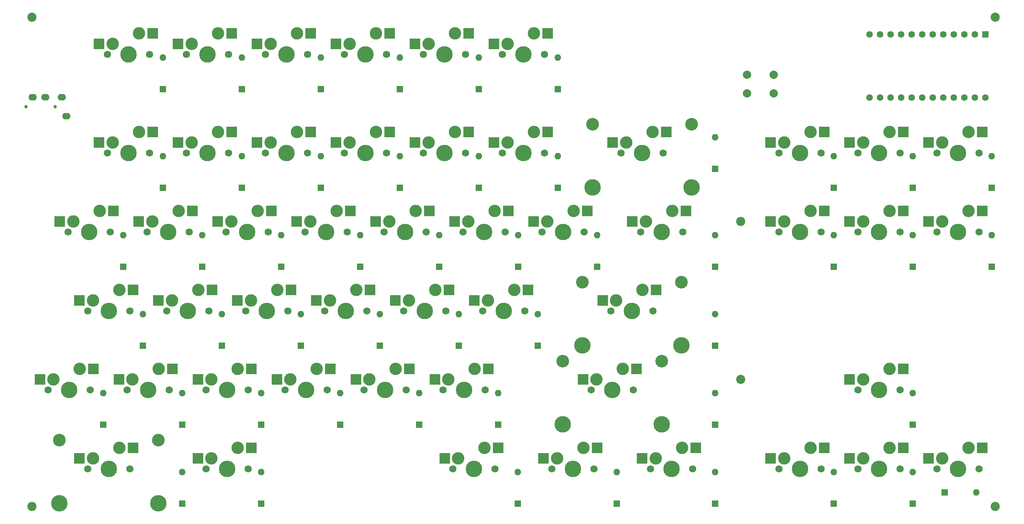
<source format=gbr>
%TF.GenerationSoftware,KiCad,Pcbnew,7.0.5*%
%TF.CreationDate,2023-06-22T07:54:55+00:00*%
%TF.ProjectId,Entry-right,456e7472-792d-4726-9967-68742e6b6963,rev?*%
%TF.SameCoordinates,Original*%
%TF.FileFunction,Soldermask,Bot*%
%TF.FilePolarity,Negative*%
%FSLAX46Y46*%
G04 Gerber Fmt 4.6, Leading zero omitted, Abs format (unit mm)*
G04 Created by KiCad (PCBNEW 7.0.5) date 2023-06-22 07:54:55*
%MOMM*%
%LPD*%
G01*
G04 APERTURE LIST*
%ADD10C,1.750000*%
%ADD11C,3.000000*%
%ADD12C,3.987800*%
%ADD13R,2.550000X2.500000*%
%ADD14C,3.048000*%
%ADD15C,2.200000*%
%ADD16R,1.600000X1.600000*%
%ADD17C,1.600000*%
%ADD18C,2.000000*%
%ADD19C,0.800000*%
%ADD20O,2.000000X1.600000*%
%ADD21O,1.600000X1.600000*%
G04 APERTURE END LIST*
D10*
%TO.C,MX17*%
X98107500Y-80010000D03*
D11*
X99377500Y-77470000D03*
D12*
X103187500Y-80010000D03*
D11*
X105727500Y-74930000D03*
D10*
X108267500Y-80010000D03*
D13*
X96102500Y-77470000D03*
X109029500Y-74930000D03*
%TD*%
D10*
%TO.C,MX21*%
X179070000Y-80010000D03*
D11*
X180340000Y-77470000D03*
D12*
X184150000Y-80010000D03*
D11*
X186690000Y-74930000D03*
D10*
X189230000Y-80010000D03*
D13*
X177065000Y-77470000D03*
X189992000Y-74930000D03*
%TD*%
D10*
%TO.C,MX33*%
X112395000Y-118110000D03*
D11*
X113665000Y-115570000D03*
D12*
X117475000Y-118110000D03*
D11*
X120015000Y-113030000D03*
D10*
X122555000Y-118110000D03*
D13*
X110390000Y-115570000D03*
X123317000Y-113030000D03*
%TD*%
D10*
%TO.C,MX8*%
X69532500Y-60960000D03*
D11*
X70802500Y-58420000D03*
D12*
X74612500Y-60960000D03*
D11*
X77152500Y-55880000D03*
D10*
X79692500Y-60960000D03*
D13*
X67527500Y-58420000D03*
X80454500Y-55880000D03*
%TD*%
D14*
%TO.C,MX36*%
X38862000Y-130175000D03*
D12*
X38862000Y-145415000D03*
D10*
X45720000Y-137160000D03*
D11*
X46990000Y-134620000D03*
D12*
X50800000Y-137160000D03*
D11*
X53340000Y-132080000D03*
D10*
X55880000Y-137160000D03*
D14*
X62738000Y-130175000D03*
D12*
X62738000Y-145415000D03*
D13*
X43715000Y-134620000D03*
X56642000Y-132080000D03*
%TD*%
D10*
%TO.C,MX42*%
X231457500Y-60960000D03*
D11*
X232727500Y-58420000D03*
D12*
X236537500Y-60960000D03*
D11*
X239077500Y-55880000D03*
D10*
X241617500Y-60960000D03*
D13*
X229452500Y-58420000D03*
X242379500Y-55880000D03*
%TD*%
D10*
%TO.C,MX46*%
X250507500Y-80010000D03*
D11*
X251777500Y-77470000D03*
D12*
X255587500Y-80010000D03*
D11*
X258127500Y-74930000D03*
D10*
X260667500Y-80010000D03*
D13*
X248502500Y-77470000D03*
X261429500Y-74930000D03*
%TD*%
D10*
%TO.C,MX32*%
X93345000Y-118110000D03*
D11*
X94615000Y-115570000D03*
D12*
X98425000Y-118110000D03*
D11*
X100965000Y-113030000D03*
D10*
X103505000Y-118110000D03*
D13*
X91340000Y-115570000D03*
X104267000Y-113030000D03*
%TD*%
D15*
%TO.C,REF\u002A\u002A*%
X32250000Y-146185000D03*
%TD*%
D10*
%TO.C,MX23*%
X64770000Y-99060000D03*
D11*
X66040000Y-96520000D03*
D12*
X69850000Y-99060000D03*
D11*
X72390000Y-93980000D03*
D10*
X74930000Y-99060000D03*
D13*
X62765000Y-96520000D03*
X75692000Y-93980000D03*
%TD*%
D10*
%TO.C,MX37*%
X74295000Y-137160000D03*
D11*
X75565000Y-134620000D03*
D12*
X79375000Y-137160000D03*
D11*
X81915000Y-132080000D03*
D10*
X84455000Y-137160000D03*
D13*
X72290000Y-134620000D03*
X85217000Y-132080000D03*
%TD*%
D10*
%TO.C,MX45*%
X231457500Y-80010000D03*
D11*
X232727500Y-77470000D03*
D12*
X236537500Y-80010000D03*
D11*
X239077500Y-74930000D03*
D10*
X241617500Y-80010000D03*
D13*
X229452500Y-77470000D03*
X242379500Y-74930000D03*
%TD*%
D10*
%TO.C,MX27*%
X140970000Y-99060000D03*
D11*
X142240000Y-96520000D03*
D12*
X146050000Y-99060000D03*
D11*
X148590000Y-93980000D03*
D10*
X151130000Y-99060000D03*
D13*
X138965000Y-96520000D03*
X151892000Y-93980000D03*
%TD*%
D10*
%TO.C,MX4*%
X107632500Y-37147500D03*
D11*
X108902500Y-34607500D03*
D12*
X112712500Y-37147500D03*
D11*
X115252500Y-32067500D03*
D10*
X117792500Y-37147500D03*
D13*
X105627500Y-34607500D03*
X118554500Y-32067500D03*
%TD*%
D14*
%TO.C,MX13*%
X167449500Y-53975000D03*
D12*
X167449500Y-69215000D03*
D10*
X174307500Y-60960000D03*
D11*
X175577500Y-58420000D03*
D12*
X179387500Y-60960000D03*
D11*
X181927500Y-55880000D03*
D10*
X184467500Y-60960000D03*
D14*
X191325500Y-53975000D03*
D12*
X191325500Y-69215000D03*
D13*
X172302500Y-58420000D03*
X185229500Y-55880000D03*
%TD*%
D10*
%TO.C,MX29*%
X36195000Y-118110000D03*
D11*
X37465000Y-115570000D03*
D12*
X41275000Y-118110000D03*
D11*
X43815000Y-113030000D03*
D10*
X46355000Y-118110000D03*
D13*
X34190000Y-115570000D03*
X47117000Y-113030000D03*
%TD*%
D10*
%TO.C,MX18*%
X117157500Y-80010000D03*
D11*
X118427500Y-77470000D03*
D12*
X122237500Y-80010000D03*
D11*
X124777500Y-74930000D03*
D10*
X127317500Y-80010000D03*
D13*
X115152500Y-77470000D03*
X128079500Y-74930000D03*
%TD*%
D10*
%TO.C,MX20*%
X155257500Y-80010000D03*
D11*
X156527500Y-77470000D03*
D12*
X160337500Y-80010000D03*
D11*
X162877500Y-74930000D03*
D10*
X165417500Y-80010000D03*
D13*
X153252500Y-77470000D03*
X166179500Y-74930000D03*
%TD*%
D10*
%TO.C,MX48*%
X212407500Y-137160000D03*
D11*
X213677500Y-134620000D03*
D12*
X217487500Y-137160000D03*
D11*
X220027500Y-132080000D03*
D10*
X222567500Y-137160000D03*
D13*
X210402500Y-134620000D03*
X223329500Y-132080000D03*
%TD*%
D16*
%TO.C,U1*%
X262201750Y-32291750D03*
D17*
X259661750Y-32291750D03*
X257121750Y-32291750D03*
X254581750Y-32291750D03*
X252041750Y-32291750D03*
X249501750Y-32291750D03*
X246961750Y-32291750D03*
X244421750Y-32291750D03*
X241881750Y-32291750D03*
X239341750Y-32291750D03*
X236801750Y-32291750D03*
X234261750Y-32291750D03*
X234261750Y-47531750D03*
X236801750Y-47531750D03*
X239341750Y-47531750D03*
X241881750Y-47531750D03*
X244421750Y-47531750D03*
X246961750Y-47531750D03*
X249501750Y-47531750D03*
X252041750Y-47531750D03*
X254581750Y-47531750D03*
X257121750Y-47531750D03*
X259661750Y-47531750D03*
X262201750Y-47531750D03*
%TD*%
D10*
%TO.C,MX9*%
X88582500Y-60960000D03*
D11*
X89852500Y-58420000D03*
D12*
X93662500Y-60960000D03*
D11*
X96202500Y-55880000D03*
D10*
X98742500Y-60960000D03*
D13*
X86577500Y-58420000D03*
X99504500Y-55880000D03*
%TD*%
D10*
%TO.C,MX19*%
X136207500Y-80010000D03*
D11*
X137477500Y-77470000D03*
D12*
X141287500Y-80010000D03*
D11*
X143827500Y-74930000D03*
D10*
X146367500Y-80010000D03*
D13*
X134202500Y-77470000D03*
X147129500Y-74930000D03*
%TD*%
D10*
%TO.C,MX25*%
X102870000Y-99060000D03*
D11*
X104140000Y-96520000D03*
D12*
X107950000Y-99060000D03*
D11*
X110490000Y-93980000D03*
D10*
X113030000Y-99060000D03*
D13*
X100865000Y-96520000D03*
X113792000Y-93980000D03*
%TD*%
D10*
%TO.C,MX26*%
X121920000Y-99060000D03*
D11*
X123190000Y-96520000D03*
D12*
X127000000Y-99060000D03*
D11*
X129540000Y-93980000D03*
D10*
X132080000Y-99060000D03*
D13*
X119915000Y-96520000D03*
X132842000Y-93980000D03*
%TD*%
D10*
%TO.C,MX3*%
X88582500Y-37147500D03*
D11*
X89852500Y-34607500D03*
D12*
X93662500Y-37147500D03*
D11*
X96202500Y-32067500D03*
D10*
X98742500Y-37147500D03*
D13*
X86577500Y-34607500D03*
X99504500Y-32067500D03*
%TD*%
D10*
%TO.C,MX31*%
X74295000Y-118110000D03*
D11*
X75565000Y-115570000D03*
D12*
X79375000Y-118110000D03*
D11*
X81915000Y-113030000D03*
D10*
X84455000Y-118110000D03*
D13*
X72290000Y-115570000D03*
X85217000Y-113030000D03*
%TD*%
D10*
%TO.C,MX10*%
X107632500Y-60960000D03*
D11*
X108902500Y-58420000D03*
D12*
X112712500Y-60960000D03*
D11*
X115252500Y-55880000D03*
D10*
X117792500Y-60960000D03*
D13*
X105627500Y-58420000D03*
X118554500Y-55880000D03*
%TD*%
D10*
%TO.C,MX49*%
X231457500Y-137160000D03*
D11*
X232727500Y-134620000D03*
D12*
X236537500Y-137160000D03*
D11*
X239077500Y-132080000D03*
D10*
X241617500Y-137160000D03*
D13*
X229452500Y-134620000D03*
X242379500Y-132080000D03*
%TD*%
D10*
%TO.C,MX11*%
X126682500Y-60960000D03*
D11*
X127952500Y-58420000D03*
D12*
X131762500Y-60960000D03*
D11*
X134302500Y-55880000D03*
D10*
X136842500Y-60960000D03*
D13*
X124677500Y-58420000D03*
X137604500Y-55880000D03*
%TD*%
D14*
%TO.C,MX28*%
X165068250Y-92075000D03*
D12*
X165068250Y-107315000D03*
D10*
X171926250Y-99060000D03*
D11*
X173196250Y-96520000D03*
D12*
X177006250Y-99060000D03*
D11*
X179546250Y-93980000D03*
D10*
X182086250Y-99060000D03*
D14*
X188944250Y-92075000D03*
D12*
X188944250Y-107315000D03*
D13*
X169921250Y-96520000D03*
X182848250Y-93980000D03*
%TD*%
D10*
%TO.C,MX12*%
X145732500Y-60960000D03*
D11*
X147002500Y-58420000D03*
D12*
X150812500Y-60960000D03*
D11*
X153352500Y-55880000D03*
D10*
X155892500Y-60960000D03*
D13*
X143727500Y-58420000D03*
X156654500Y-55880000D03*
%TD*%
D10*
%TO.C,MX44*%
X212407500Y-80010000D03*
D11*
X213677500Y-77470000D03*
D12*
X217487500Y-80010000D03*
D11*
X220027500Y-74930000D03*
D10*
X222567500Y-80010000D03*
D13*
X210402500Y-77470000D03*
X223329500Y-74930000D03*
%TD*%
D10*
%TO.C,MX40*%
X181451250Y-137160000D03*
D11*
X182721250Y-134620000D03*
D12*
X186531250Y-137160000D03*
D11*
X189071250Y-132080000D03*
D10*
X191611250Y-137160000D03*
D13*
X179446250Y-134620000D03*
X192373250Y-132080000D03*
%TD*%
D10*
%TO.C,MX22*%
X45720000Y-99060000D03*
D11*
X46990000Y-96520000D03*
D12*
X50800000Y-99060000D03*
D11*
X53340000Y-93980000D03*
D10*
X55880000Y-99060000D03*
D13*
X43715000Y-96520000D03*
X56642000Y-93980000D03*
%TD*%
D15*
%TO.C,REF\u002A\u002A*%
X264612500Y-146185000D03*
%TD*%
D10*
%TO.C,MX14*%
X40957500Y-80010000D03*
D11*
X42227500Y-77470000D03*
D12*
X46037500Y-80010000D03*
D11*
X48577500Y-74930000D03*
D10*
X51117500Y-80010000D03*
D13*
X38952500Y-77470000D03*
X51879500Y-74930000D03*
%TD*%
D14*
%TO.C,MX35*%
X160305750Y-111125000D03*
D12*
X160305750Y-126365000D03*
D10*
X167163750Y-118110000D03*
D11*
X168433750Y-115570000D03*
D12*
X172243750Y-118110000D03*
D11*
X174783750Y-113030000D03*
D10*
X177323750Y-118110000D03*
D14*
X184181750Y-111125000D03*
D12*
X184181750Y-126365000D03*
D13*
X165158750Y-115570000D03*
X178085750Y-113030000D03*
%TD*%
D15*
%TO.C,REF\u002A\u002A*%
X203200000Y-115570000D03*
%TD*%
D10*
%TO.C,MX24*%
X83820000Y-99060000D03*
D11*
X85090000Y-96520000D03*
D12*
X88900000Y-99060000D03*
D11*
X91440000Y-93980000D03*
D10*
X93980000Y-99060000D03*
D13*
X81815000Y-96520000D03*
X94742000Y-93980000D03*
%TD*%
D10*
%TO.C,MX43*%
X250507500Y-60960000D03*
D11*
X251777500Y-58420000D03*
D12*
X255587500Y-60960000D03*
D11*
X258127500Y-55880000D03*
D10*
X260667500Y-60960000D03*
D13*
X248502500Y-58420000D03*
X261429500Y-55880000D03*
%TD*%
D10*
%TO.C,MX38*%
X133826250Y-137160000D03*
D11*
X135096250Y-134620000D03*
D12*
X138906250Y-137160000D03*
D11*
X141446250Y-132080000D03*
D10*
X143986250Y-137160000D03*
D13*
X131821250Y-134620000D03*
X144748250Y-132080000D03*
%TD*%
D10*
%TO.C,MX7*%
X50482500Y-60960000D03*
D11*
X51752500Y-58420000D03*
D12*
X55562500Y-60960000D03*
D11*
X58102500Y-55880000D03*
D10*
X60642500Y-60960000D03*
D13*
X48477500Y-58420000D03*
X61404500Y-55880000D03*
%TD*%
D18*
%TO.C,RESET1*%
X211212500Y-46541250D03*
X204712500Y-46541250D03*
X211212500Y-42041250D03*
X204712500Y-42041250D03*
%TD*%
D10*
%TO.C,MX30*%
X55245000Y-118110000D03*
D11*
X56515000Y-115570000D03*
D12*
X60325000Y-118110000D03*
D11*
X62865000Y-113030000D03*
D10*
X65405000Y-118110000D03*
D13*
X53240000Y-115570000D03*
X66167000Y-113030000D03*
%TD*%
D19*
%TO.C,U2*%
X30850000Y-49722500D03*
X37850000Y-49722500D03*
D20*
X40550000Y-52022500D03*
X39450000Y-47422500D03*
X35450000Y-47422500D03*
X32450000Y-47422500D03*
%TD*%
D10*
%TO.C,MX41*%
X212407500Y-60960000D03*
D11*
X213677500Y-58420000D03*
D12*
X217487500Y-60960000D03*
D11*
X220027500Y-55880000D03*
D10*
X222567500Y-60960000D03*
D13*
X210402500Y-58420000D03*
X223329500Y-55880000D03*
%TD*%
D15*
%TO.C,REF\u002A\u002A*%
X203200000Y-77470000D03*
%TD*%
D10*
%TO.C,MX34*%
X131445000Y-118110000D03*
D11*
X132715000Y-115570000D03*
D12*
X136525000Y-118110000D03*
D11*
X139065000Y-113030000D03*
D10*
X141605000Y-118110000D03*
D13*
X129440000Y-115570000D03*
X142367000Y-113030000D03*
%TD*%
D10*
%TO.C,MX47*%
X231457500Y-118110000D03*
D11*
X232727500Y-115570000D03*
D12*
X236537500Y-118110000D03*
D11*
X239077500Y-113030000D03*
D10*
X241617500Y-118110000D03*
D13*
X229452500Y-115570000D03*
X242379500Y-113030000D03*
%TD*%
D10*
%TO.C,MX2*%
X69532500Y-37147500D03*
D11*
X70802500Y-34607500D03*
D12*
X74612500Y-37147500D03*
D11*
X77152500Y-32067500D03*
D10*
X79692500Y-37147500D03*
D13*
X67527500Y-34607500D03*
X80454500Y-32067500D03*
%TD*%
D10*
%TO.C,MX6*%
X145732500Y-37147500D03*
D11*
X147002500Y-34607500D03*
D12*
X150812500Y-37147500D03*
D11*
X153352500Y-32067500D03*
D10*
X155892500Y-37147500D03*
D13*
X143727500Y-34607500D03*
X156654500Y-32067500D03*
%TD*%
D10*
%TO.C,MX39*%
X157638750Y-137160000D03*
D11*
X158908750Y-134620000D03*
D12*
X162718750Y-137160000D03*
D11*
X165258750Y-132080000D03*
D10*
X167798750Y-137160000D03*
D13*
X155633750Y-134620000D03*
X168560750Y-132080000D03*
%TD*%
D10*
%TO.C,MX5*%
X126682500Y-37147500D03*
D11*
X127952500Y-34607500D03*
D12*
X131762500Y-37147500D03*
D11*
X134302500Y-32067500D03*
D10*
X136842500Y-37147500D03*
D13*
X124677500Y-34607500D03*
X137604500Y-32067500D03*
%TD*%
D10*
%TO.C,MX15*%
X60007500Y-80010000D03*
D11*
X61277500Y-77470000D03*
D12*
X65087500Y-80010000D03*
D11*
X67627500Y-74930000D03*
D10*
X70167500Y-80010000D03*
D13*
X58002500Y-77470000D03*
X70929500Y-74930000D03*
%TD*%
D10*
%TO.C,MX1*%
X50482500Y-37147500D03*
D11*
X51752500Y-34607500D03*
D12*
X55562500Y-37147500D03*
D11*
X58102500Y-32067500D03*
D10*
X60642500Y-37147500D03*
D13*
X48477500Y-34607500D03*
X61404500Y-32067500D03*
%TD*%
D10*
%TO.C,MX16*%
X79057500Y-80010000D03*
D11*
X80327500Y-77470000D03*
D12*
X84137500Y-80010000D03*
D11*
X86677500Y-74930000D03*
D10*
X89217500Y-80010000D03*
D13*
X77052500Y-77470000D03*
X89979500Y-74930000D03*
%TD*%
D15*
%TO.C,REF\u002A\u002A*%
X32250000Y-28122500D03*
%TD*%
D10*
%TO.C,MX50*%
X250507500Y-137160000D03*
D11*
X251777500Y-134620000D03*
D12*
X255587500Y-137160000D03*
D11*
X258127500Y-132080000D03*
D10*
X260667500Y-137160000D03*
D13*
X248502500Y-134620000D03*
X261429500Y-132080000D03*
%TD*%
D15*
%TO.C,REF\u002A\u002A*%
X264612500Y-28122500D03*
%TD*%
D16*
%TO.C,D37*%
X87562500Y-145530000D03*
D21*
X87562500Y-137910000D03*
%TD*%
D16*
%TO.C,D49*%
X244677500Y-145530000D03*
D21*
X244677500Y-137910000D03*
%TD*%
D16*
%TO.C,D26*%
X135187500Y-107430000D03*
D21*
X135187500Y-99810000D03*
%TD*%
D16*
%TO.C,D43*%
X263727500Y-69330000D03*
D21*
X263727500Y-61710000D03*
%TD*%
D16*
%TO.C,D8*%
X82862500Y-69330000D03*
D21*
X82862500Y-61710000D03*
%TD*%
D16*
%TO.C,D2*%
X82862500Y-45517500D03*
D21*
X82862500Y-37897500D03*
%TD*%
D16*
%TO.C,D14*%
X54287500Y-88380000D03*
D21*
X54287500Y-80760000D03*
%TD*%
D16*
%TO.C,D18*%
X130472500Y-88380000D03*
D21*
X130472500Y-80760000D03*
%TD*%
D16*
%TO.C,D1*%
X63812500Y-45517500D03*
D21*
X63812500Y-37897500D03*
%TD*%
D16*
%TO.C,D3*%
X101912500Y-45517500D03*
D21*
X101912500Y-37897500D03*
%TD*%
D16*
%TO.C,D25*%
X116137500Y-107430000D03*
D21*
X116137500Y-99810000D03*
%TD*%
D16*
%TO.C,D32*%
X106612500Y-126480000D03*
D21*
X106612500Y-118860000D03*
%TD*%
D16*
%TO.C,D41*%
X225627500Y-69330000D03*
D21*
X225627500Y-61710000D03*
%TD*%
D16*
%TO.C,D24*%
X97087500Y-107430000D03*
D21*
X97087500Y-99810000D03*
%TD*%
D16*
%TO.C,D19*%
X149522500Y-88380000D03*
D21*
X149522500Y-80760000D03*
%TD*%
D16*
%TO.C,D10*%
X120962500Y-69330000D03*
D21*
X120962500Y-61710000D03*
%TD*%
D16*
%TO.C,D39*%
X173287500Y-145530000D03*
D21*
X173287500Y-137910000D03*
%TD*%
D16*
%TO.C,D46*%
X263727500Y-88380000D03*
D21*
X263727500Y-80760000D03*
%TD*%
D16*
%TO.C,D4*%
X120962500Y-45517500D03*
D21*
X120962500Y-37897500D03*
%TD*%
D16*
%TO.C,D21*%
X197052500Y-88380000D03*
D21*
X197052500Y-80760000D03*
%TD*%
D16*
%TO.C,D40*%
X197052500Y-145530000D03*
D21*
X197052500Y-137910000D03*
%TD*%
D16*
%TO.C,D50*%
X252390000Y-142800000D03*
D21*
X260010000Y-142800000D03*
%TD*%
D16*
%TO.C,D38*%
X149427500Y-145530000D03*
D21*
X149427500Y-137910000D03*
%TD*%
D16*
%TO.C,D33*%
X125662500Y-126480000D03*
D21*
X125662500Y-118860000D03*
%TD*%
D16*
%TO.C,D20*%
X168577500Y-88380000D03*
D21*
X168577500Y-80760000D03*
%TD*%
D16*
%TO.C,D47*%
X244677500Y-126480000D03*
D21*
X244677500Y-118860000D03*
%TD*%
D16*
%TO.C,D13*%
X197052500Y-64770000D03*
D21*
X197052500Y-57150000D03*
%TD*%
D16*
%TO.C,D16*%
X92372500Y-88380000D03*
D21*
X92372500Y-80760000D03*
%TD*%
D16*
%TO.C,D30*%
X68512500Y-126480000D03*
D21*
X68512500Y-118860000D03*
%TD*%
D16*
%TO.C,D31*%
X87562500Y-126480000D03*
D21*
X87562500Y-118860000D03*
%TD*%
D16*
%TO.C,D17*%
X111422500Y-88380000D03*
D21*
X111422500Y-80760000D03*
%TD*%
D16*
%TO.C,D35*%
X197052500Y-126480000D03*
D21*
X197052500Y-118860000D03*
%TD*%
D16*
%TO.C,D15*%
X73322500Y-88380000D03*
D21*
X73322500Y-80760000D03*
%TD*%
D16*
%TO.C,D23*%
X78037500Y-107430000D03*
D21*
X78037500Y-99810000D03*
%TD*%
D16*
%TO.C,D44*%
X225627500Y-88380000D03*
D21*
X225627500Y-80760000D03*
%TD*%
D16*
%TO.C,D11*%
X140012500Y-69330000D03*
D21*
X140012500Y-61710000D03*
%TD*%
D16*
%TO.C,D36*%
X68512500Y-145530000D03*
D21*
X68512500Y-137910000D03*
%TD*%
D16*
%TO.C,D6*%
X159062500Y-45517500D03*
D21*
X159062500Y-37897500D03*
%TD*%
D16*
%TO.C,D27*%
X154237500Y-107430000D03*
D21*
X154237500Y-99810000D03*
%TD*%
D16*
%TO.C,D45*%
X244677500Y-88380000D03*
D21*
X244677500Y-80760000D03*
%TD*%
D16*
%TO.C,D12*%
X159062500Y-69330000D03*
D21*
X159062500Y-61710000D03*
%TD*%
D16*
%TO.C,D48*%
X225627500Y-145530000D03*
D21*
X225627500Y-137910000D03*
%TD*%
D16*
%TO.C,D34*%
X144712500Y-126480000D03*
D21*
X144712500Y-118860000D03*
%TD*%
D16*
%TO.C,D5*%
X140012500Y-45517500D03*
D21*
X140012500Y-37897500D03*
%TD*%
D16*
%TO.C,D29*%
X49462500Y-126480000D03*
D21*
X49462500Y-118860000D03*
%TD*%
D16*
%TO.C,D42*%
X244677500Y-69330000D03*
D21*
X244677500Y-61710000D03*
%TD*%
D16*
%TO.C,D28*%
X197052500Y-107430000D03*
D21*
X197052500Y-99810000D03*
%TD*%
D16*
%TO.C,D7*%
X63812500Y-69330000D03*
D21*
X63812500Y-61710000D03*
%TD*%
D16*
%TO.C,D9*%
X101912500Y-69330000D03*
D21*
X101912500Y-61710000D03*
%TD*%
D16*
%TO.C,D22*%
X58987500Y-107430000D03*
D21*
X58987500Y-99810000D03*
%TD*%
M02*

</source>
